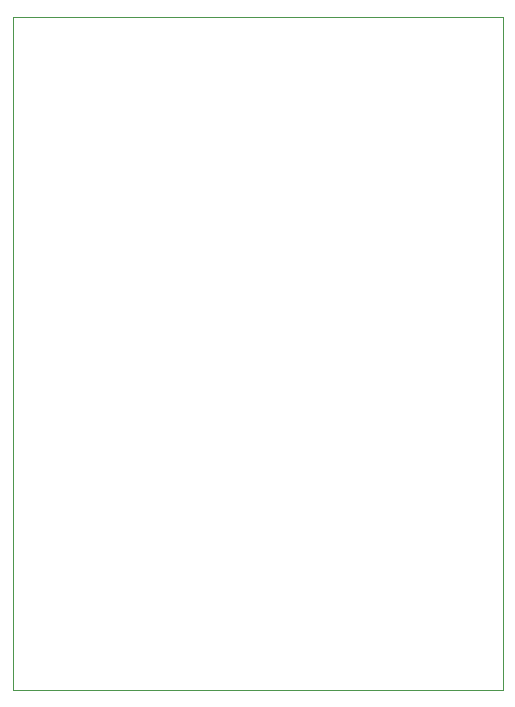
<source format=gbr>
%TF.GenerationSoftware,KiCad,Pcbnew,9.0.7*%
%TF.CreationDate,2026-01-29T16:27:59+09:00*%
%TF.ProjectId,ono-kairo,6f6e6f2d-6b61-4697-926f-2e6b69636164,rev?*%
%TF.SameCoordinates,Original*%
%TF.FileFunction,Profile,NP*%
%FSLAX46Y46*%
G04 Gerber Fmt 4.6, Leading zero omitted, Abs format (unit mm)*
G04 Created by KiCad (PCBNEW 9.0.7) date 2026-01-29 16:27:59*
%MOMM*%
%LPD*%
G01*
G04 APERTURE LIST*
%TA.AperFunction,Profile*%
%ADD10C,0.050000*%
%TD*%
G04 APERTURE END LIST*
D10*
X159000000Y-29500000D02*
X200500000Y-29500000D01*
X200500000Y-86500000D01*
X159000000Y-86500000D01*
X159000000Y-29500000D01*
M02*

</source>
